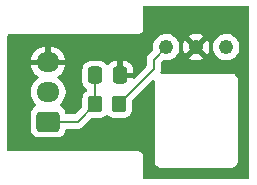
<source format=gbr>
%TF.GenerationSoftware,KiCad,Pcbnew,8.0.0*%
%TF.CreationDate,2024-04-26T15:12:55-04:00*%
%TF.ProjectId,Receiver,52656365-6976-4657-922e-6b696361645f,rev?*%
%TF.SameCoordinates,Original*%
%TF.FileFunction,Copper,L1,Top*%
%TF.FilePolarity,Positive*%
%FSLAX46Y46*%
G04 Gerber Fmt 4.6, Leading zero omitted, Abs format (unit mm)*
G04 Created by KiCad (PCBNEW 8.0.0) date 2024-04-26 15:12:55*
%MOMM*%
%LPD*%
G01*
G04 APERTURE LIST*
G04 Aperture macros list*
%AMRoundRect*
0 Rectangle with rounded corners*
0 $1 Rounding radius*
0 $2 $3 $4 $5 $6 $7 $8 $9 X,Y pos of 4 corners*
0 Add a 4 corners polygon primitive as box body*
4,1,4,$2,$3,$4,$5,$6,$7,$8,$9,$2,$3,0*
0 Add four circle primitives for the rounded corners*
1,1,$1+$1,$2,$3*
1,1,$1+$1,$4,$5*
1,1,$1+$1,$6,$7*
1,1,$1+$1,$8,$9*
0 Add four rect primitives between the rounded corners*
20,1,$1+$1,$2,$3,$4,$5,0*
20,1,$1+$1,$4,$5,$6,$7,0*
20,1,$1+$1,$6,$7,$8,$9,0*
20,1,$1+$1,$8,$9,$2,$3,0*%
G04 Aperture macros list end*
%TA.AperFunction,SMDPad,CuDef*%
%ADD10RoundRect,0.250000X-0.337500X-0.475000X0.337500X-0.475000X0.337500X0.475000X-0.337500X0.475000X0*%
%TD*%
%TA.AperFunction,ComponentPad*%
%ADD11C,1.219200*%
%TD*%
%TA.AperFunction,SMDPad,CuDef*%
%ADD12RoundRect,0.250000X-0.350000X-0.450000X0.350000X-0.450000X0.350000X0.450000X-0.350000X0.450000X0*%
%TD*%
%TA.AperFunction,ComponentPad*%
%ADD13RoundRect,0.250000X0.725000X-0.600000X0.725000X0.600000X-0.725000X0.600000X-0.725000X-0.600000X0*%
%TD*%
%TA.AperFunction,ComponentPad*%
%ADD14O,1.950000X1.700000*%
%TD*%
%TA.AperFunction,Conductor*%
%ADD15C,0.200000*%
%TD*%
G04 APERTURE END LIST*
D10*
%TO.P,C1,1*%
%TO.N,Net-(J1-Pin_1)*%
X196725000Y-85400000D03*
%TO.P,C1,2*%
%TO.N,GND*%
X198800000Y-85400000D03*
%TD*%
D11*
%TO.P,U1,1,1*%
%TO.N,Net-(R1-Pad2)*%
X202730000Y-83000000D03*
%TO.P,U1,2,2*%
%TO.N,GND*%
X205270000Y-83000000D03*
%TO.P,U1,3,3*%
%TO.N,Net-(J1-Pin_2)*%
X207810000Y-83000000D03*
%TD*%
D12*
%TO.P,R1,1*%
%TO.N,Net-(J1-Pin_1)*%
X196732500Y-87800000D03*
%TO.P,R1,2*%
%TO.N,Net-(R1-Pad2)*%
X198732500Y-87800000D03*
%TD*%
D13*
%TO.P,J1,1,Pin_1*%
%TO.N,Net-(J1-Pin_1)*%
X192725000Y-89300000D03*
D14*
%TO.P,J1,2,Pin_2*%
%TO.N,Net-(J1-Pin_2)*%
X192725000Y-86800000D03*
%TO.P,J1,3,Pin_3*%
%TO.N,GND*%
X192725000Y-84300000D03*
%TD*%
D15*
%TO.N,Net-(J1-Pin_1)*%
X192725000Y-89300000D02*
X195232500Y-89300000D01*
X196732500Y-85407500D02*
X196725000Y-85400000D01*
X195232500Y-89300000D02*
X196732500Y-87800000D01*
X196732500Y-87800000D02*
X196732500Y-85407500D01*
%TO.N,Net-(R1-Pad2)*%
X201671978Y-84860522D02*
X198732500Y-87800000D01*
X201671978Y-84058022D02*
X201671978Y-84860522D01*
X202730000Y-83000000D02*
X201671978Y-84058022D01*
%TD*%
%TA.AperFunction,Conductor*%
%TO.N,GND*%
G36*
X209714517Y-79520185D02*
G01*
X209760272Y-79572989D01*
X209771478Y-79624500D01*
X209771478Y-94075500D01*
X209751793Y-94142539D01*
X209698989Y-94188294D01*
X209647478Y-94199500D01*
X200896478Y-94199500D01*
X200829439Y-94179815D01*
X200783684Y-94127011D01*
X200772478Y-94075500D01*
X200772478Y-92234110D01*
X200772478Y-92234108D01*
X200738370Y-92106814D01*
X200672478Y-91992686D01*
X200579292Y-91899500D01*
X200522228Y-91866554D01*
X200465165Y-91833608D01*
X200401517Y-91816554D01*
X200337870Y-91799500D01*
X200337869Y-91799500D01*
X189396478Y-91799500D01*
X189329439Y-91779815D01*
X189283684Y-91727011D01*
X189272478Y-91675500D01*
X189272478Y-89950001D01*
X191249500Y-89950001D01*
X191249501Y-89950018D01*
X191260000Y-90052796D01*
X191260001Y-90052799D01*
X191315185Y-90219331D01*
X191315186Y-90219334D01*
X191407288Y-90368656D01*
X191531344Y-90492712D01*
X191680666Y-90584814D01*
X191847203Y-90639999D01*
X191949991Y-90650500D01*
X193500008Y-90650499D01*
X193602797Y-90639999D01*
X193769334Y-90584814D01*
X193918656Y-90492712D01*
X194042712Y-90368656D01*
X194134814Y-90219334D01*
X194189999Y-90052797D01*
X194194177Y-90011896D01*
X194220573Y-89947207D01*
X194277753Y-89907055D01*
X194317535Y-89900500D01*
X195145831Y-89900500D01*
X195145847Y-89900501D01*
X195153443Y-89900501D01*
X195311554Y-89900501D01*
X195311557Y-89900501D01*
X195464285Y-89859577D01*
X195514404Y-89830639D01*
X195601216Y-89780520D01*
X195713020Y-89668716D01*
X195713020Y-89668714D01*
X195723228Y-89658507D01*
X195723230Y-89658504D01*
X196344916Y-89036818D01*
X196406239Y-89003333D01*
X196432597Y-89000499D01*
X197132502Y-89000499D01*
X197132508Y-89000499D01*
X197235297Y-88989999D01*
X197401834Y-88934814D01*
X197551156Y-88842712D01*
X197644819Y-88749049D01*
X197706142Y-88715564D01*
X197775834Y-88720548D01*
X197820181Y-88749049D01*
X197913844Y-88842712D01*
X198063166Y-88934814D01*
X198229703Y-88989999D01*
X198332491Y-89000500D01*
X199132508Y-89000499D01*
X199132516Y-89000498D01*
X199132519Y-89000498D01*
X199188802Y-88994748D01*
X199235297Y-88989999D01*
X199401834Y-88934814D01*
X199551156Y-88842712D01*
X199675212Y-88718656D01*
X199767314Y-88569334D01*
X199822499Y-88402797D01*
X199833000Y-88300009D01*
X199832999Y-87600095D01*
X199852683Y-87533057D01*
X199869313Y-87512420D01*
X201559798Y-85821935D01*
X201621120Y-85788452D01*
X201690812Y-85793436D01*
X201746745Y-85835308D01*
X201771162Y-85900772D01*
X201771478Y-85909618D01*
X201771478Y-92765891D01*
X201805586Y-92893187D01*
X201838532Y-92950250D01*
X201871478Y-93007314D01*
X201964664Y-93100500D01*
X202078792Y-93166392D01*
X202206086Y-93200500D01*
X202206088Y-93200500D01*
X208337868Y-93200500D01*
X208337870Y-93200500D01*
X208465164Y-93166392D01*
X208579292Y-93100500D01*
X208672478Y-93007314D01*
X208738370Y-92893186D01*
X208772478Y-92765892D01*
X208772478Y-85684108D01*
X208738370Y-85556814D01*
X208672478Y-85442686D01*
X208579292Y-85349500D01*
X208522228Y-85316554D01*
X208465165Y-85283608D01*
X208401517Y-85266554D01*
X208337870Y-85249500D01*
X202351035Y-85249500D01*
X202283996Y-85229815D01*
X202238241Y-85177011D01*
X202228297Y-85107853D01*
X202231260Y-85093406D01*
X202254264Y-85007557D01*
X202272479Y-84939579D01*
X202272479Y-84781464D01*
X202272479Y-84773869D01*
X202272478Y-84773851D01*
X202272478Y-84358118D01*
X202292163Y-84291079D01*
X202308793Y-84270441D01*
X202447800Y-84131433D01*
X202509123Y-84097949D01*
X202558265Y-84097226D01*
X202627134Y-84110100D01*
X202627136Y-84110100D01*
X202832864Y-84110100D01*
X202832866Y-84110100D01*
X203035095Y-84072297D01*
X203226934Y-83997978D01*
X203401851Y-83889674D01*
X203553889Y-83751074D01*
X203677870Y-83586896D01*
X203769572Y-83402732D01*
X203825873Y-83204854D01*
X203844856Y-83000000D01*
X204155646Y-83000000D01*
X204174619Y-83204761D01*
X204174620Y-83204763D01*
X204230894Y-83402546D01*
X204230900Y-83402561D01*
X204322556Y-83586629D01*
X204322556Y-83586630D01*
X204325679Y-83590766D01*
X204914400Y-83002046D01*
X204914400Y-83046816D01*
X204938634Y-83137256D01*
X204985450Y-83218343D01*
X205051657Y-83284550D01*
X205132744Y-83331366D01*
X205223184Y-83355600D01*
X205267953Y-83355600D01*
X204682337Y-83941213D01*
X204773289Y-83997528D01*
X204773291Y-83997529D01*
X204965040Y-84071812D01*
X205167182Y-84109600D01*
X205372818Y-84109600D01*
X205574959Y-84071812D01*
X205766709Y-83997529D01*
X205766710Y-83997528D01*
X205857661Y-83941213D01*
X205272048Y-83355600D01*
X205316816Y-83355600D01*
X205407256Y-83331366D01*
X205488343Y-83284550D01*
X205554550Y-83218343D01*
X205601366Y-83137256D01*
X205625600Y-83046816D01*
X205625600Y-83002047D01*
X206214319Y-83590766D01*
X206214320Y-83590766D01*
X206217440Y-83586635D01*
X206217443Y-83586629D01*
X206309099Y-83402561D01*
X206309105Y-83402546D01*
X206365379Y-83204763D01*
X206365380Y-83204761D01*
X206384354Y-83000000D01*
X206695144Y-83000000D01*
X206714126Y-83204849D01*
X206770427Y-83402730D01*
X206770431Y-83402740D01*
X206857451Y-83577500D01*
X206862130Y-83586896D01*
X206924120Y-83668985D01*
X206986112Y-83751076D01*
X207138146Y-83889672D01*
X207138151Y-83889676D01*
X207313062Y-83997976D01*
X207313063Y-83997976D01*
X207313066Y-83997978D01*
X207504905Y-84072297D01*
X207707134Y-84110100D01*
X207707136Y-84110100D01*
X207912864Y-84110100D01*
X207912866Y-84110100D01*
X208115095Y-84072297D01*
X208306934Y-83997978D01*
X208481851Y-83889674D01*
X208633889Y-83751074D01*
X208757870Y-83586896D01*
X208849572Y-83402732D01*
X208905873Y-83204854D01*
X208924856Y-83000000D01*
X208905873Y-82795146D01*
X208849572Y-82597268D01*
X208757870Y-82413104D01*
X208633889Y-82248926D01*
X208633887Y-82248923D01*
X208481853Y-82110327D01*
X208481848Y-82110323D01*
X208306937Y-82002023D01*
X208306931Y-82002021D01*
X208115095Y-81927703D01*
X207912866Y-81889900D01*
X207707134Y-81889900D01*
X207504905Y-81927703D01*
X207428091Y-81957461D01*
X207313068Y-82002021D01*
X207313062Y-82002023D01*
X207138151Y-82110323D01*
X207138146Y-82110327D01*
X206986112Y-82248923D01*
X206862129Y-82413105D01*
X206770431Y-82597259D01*
X206770427Y-82597269D01*
X206714126Y-82795150D01*
X206695144Y-83000000D01*
X206384354Y-83000000D01*
X206384354Y-82999999D01*
X206365380Y-82795238D01*
X206365379Y-82795236D01*
X206309105Y-82597453D01*
X206309097Y-82597433D01*
X206217447Y-82413374D01*
X206214319Y-82409232D01*
X205625600Y-82997951D01*
X205625600Y-82953184D01*
X205601366Y-82862744D01*
X205554550Y-82781657D01*
X205488343Y-82715450D01*
X205407256Y-82668634D01*
X205316816Y-82644400D01*
X205272048Y-82644400D01*
X205857661Y-82058785D01*
X205857660Y-82058784D01*
X205766715Y-82002474D01*
X205766708Y-82002470D01*
X205574959Y-81928187D01*
X205372818Y-81890400D01*
X205167182Y-81890400D01*
X204965040Y-81928187D01*
X204773291Y-82002470D01*
X204773287Y-82002472D01*
X204682337Y-82058784D01*
X204682337Y-82058785D01*
X205267953Y-82644400D01*
X205223184Y-82644400D01*
X205132744Y-82668634D01*
X205051657Y-82715450D01*
X204985450Y-82781657D01*
X204938634Y-82862744D01*
X204914400Y-82953184D01*
X204914400Y-82997952D01*
X204325679Y-82409232D01*
X204325678Y-82409232D01*
X204322559Y-82413364D01*
X204322557Y-82413367D01*
X204230900Y-82597438D01*
X204230894Y-82597453D01*
X204174620Y-82795236D01*
X204174619Y-82795238D01*
X204155646Y-82999999D01*
X204155646Y-83000000D01*
X203844856Y-83000000D01*
X203825873Y-82795146D01*
X203769572Y-82597268D01*
X203677870Y-82413104D01*
X203553889Y-82248926D01*
X203553887Y-82248923D01*
X203401853Y-82110327D01*
X203401848Y-82110323D01*
X203226937Y-82002023D01*
X203226931Y-82002021D01*
X203035095Y-81927703D01*
X202832866Y-81889900D01*
X202627134Y-81889900D01*
X202424905Y-81927703D01*
X202348091Y-81957461D01*
X202233068Y-82002021D01*
X202233062Y-82002023D01*
X202058151Y-82110323D01*
X202058146Y-82110327D01*
X201906112Y-82248923D01*
X201782129Y-82413105D01*
X201690431Y-82597259D01*
X201690427Y-82597269D01*
X201634126Y-82795150D01*
X201615144Y-83000000D01*
X201632299Y-83185132D01*
X201618884Y-83253701D01*
X201596509Y-83284254D01*
X201303264Y-83577500D01*
X201191459Y-83689304D01*
X201191458Y-83689306D01*
X201155796Y-83751076D01*
X201141339Y-83776116D01*
X201141337Y-83776118D01*
X201112403Y-83826231D01*
X201112402Y-83826232D01*
X201112401Y-83826237D01*
X201071477Y-83978965D01*
X201071477Y-83978967D01*
X201071477Y-84147068D01*
X201071478Y-84147081D01*
X201071478Y-84560423D01*
X201051793Y-84627462D01*
X201035159Y-84648104D01*
X200048062Y-85635200D01*
X199986739Y-85668685D01*
X199917047Y-85663701D01*
X199895729Y-85650000D01*
X198674000Y-85650000D01*
X198606961Y-85630315D01*
X198561206Y-85577511D01*
X198550000Y-85526000D01*
X198550000Y-84175000D01*
X199050000Y-84175000D01*
X199050000Y-85150000D01*
X199887499Y-85150000D01*
X199887499Y-84875028D01*
X199887498Y-84875013D01*
X199877005Y-84772302D01*
X199821858Y-84605880D01*
X199821856Y-84605875D01*
X199729815Y-84456654D01*
X199605845Y-84332684D01*
X199456624Y-84240643D01*
X199456619Y-84240641D01*
X199290197Y-84185494D01*
X199290190Y-84185493D01*
X199187486Y-84175000D01*
X199050000Y-84175000D01*
X198550000Y-84175000D01*
X198412527Y-84175000D01*
X198412512Y-84175001D01*
X198309802Y-84185494D01*
X198143380Y-84240641D01*
X198143375Y-84240643D01*
X197994154Y-84332684D01*
X197870183Y-84456655D01*
X197870179Y-84456660D01*
X197868326Y-84459665D01*
X197866518Y-84461290D01*
X197865702Y-84462323D01*
X197865525Y-84462183D01*
X197816374Y-84506385D01*
X197747411Y-84517601D01*
X197683331Y-84489752D01*
X197657253Y-84459653D01*
X197657237Y-84459628D01*
X197655212Y-84456344D01*
X197531156Y-84332288D01*
X197381834Y-84240186D01*
X197215297Y-84185001D01*
X197215295Y-84185000D01*
X197112510Y-84174500D01*
X196337498Y-84174500D01*
X196337480Y-84174501D01*
X196234703Y-84185000D01*
X196234700Y-84185001D01*
X196068168Y-84240185D01*
X196068163Y-84240187D01*
X195918842Y-84332289D01*
X195794789Y-84456342D01*
X195702687Y-84605663D01*
X195702685Y-84605668D01*
X195688623Y-84648104D01*
X195647501Y-84772203D01*
X195647501Y-84772204D01*
X195647500Y-84772204D01*
X195637000Y-84874983D01*
X195637000Y-85925001D01*
X195637001Y-85925019D01*
X195647500Y-86027796D01*
X195647501Y-86027799D01*
X195702685Y-86194331D01*
X195702686Y-86194334D01*
X195792749Y-86340351D01*
X195794789Y-86343657D01*
X195918844Y-86467712D01*
X195979976Y-86505418D01*
X196026701Y-86557365D01*
X196037924Y-86626328D01*
X196010081Y-86690410D01*
X195979978Y-86716495D01*
X195913844Y-86757287D01*
X195789789Y-86881342D01*
X195697687Y-87030663D01*
X195697686Y-87030666D01*
X195642501Y-87197203D01*
X195642501Y-87197204D01*
X195642500Y-87197204D01*
X195632000Y-87299983D01*
X195632000Y-87999902D01*
X195612315Y-88066941D01*
X195595681Y-88087583D01*
X195020084Y-88663181D01*
X194958761Y-88696666D01*
X194932403Y-88699500D01*
X194317535Y-88699500D01*
X194250496Y-88679815D01*
X194204741Y-88627011D01*
X194194177Y-88588102D01*
X194192260Y-88569336D01*
X194189999Y-88547203D01*
X194134814Y-88380666D01*
X194042712Y-88231344D01*
X193918656Y-88107288D01*
X193769334Y-88015186D01*
X193769333Y-88015185D01*
X193763878Y-88011821D01*
X193717154Y-87959873D01*
X193705931Y-87890910D01*
X193733775Y-87826828D01*
X193741272Y-87818623D01*
X193880104Y-87679792D01*
X194005051Y-87507816D01*
X194101557Y-87318412D01*
X194167246Y-87116243D01*
X194200500Y-86906287D01*
X194200500Y-86693713D01*
X194167246Y-86483757D01*
X194101557Y-86281588D01*
X194005051Y-86092184D01*
X194005049Y-86092181D01*
X194005048Y-86092179D01*
X193880109Y-85920213D01*
X193729790Y-85769894D01*
X193729785Y-85769890D01*
X193564781Y-85650008D01*
X193522115Y-85594678D01*
X193516136Y-85525065D01*
X193548741Y-85463270D01*
X193564781Y-85449371D01*
X193729466Y-85329721D01*
X193879723Y-85179464D01*
X193879727Y-85179459D01*
X194004620Y-85007557D01*
X194101095Y-84818217D01*
X194166757Y-84616129D01*
X194166757Y-84616126D01*
X194177231Y-84550000D01*
X193129146Y-84550000D01*
X193167630Y-84483343D01*
X193200000Y-84362535D01*
X193200000Y-84237465D01*
X193167630Y-84116657D01*
X193129146Y-84050000D01*
X194177231Y-84050000D01*
X194166757Y-83983873D01*
X194166757Y-83983870D01*
X194101095Y-83781782D01*
X194004620Y-83592442D01*
X193879727Y-83420540D01*
X193879723Y-83420535D01*
X193729464Y-83270276D01*
X193729459Y-83270272D01*
X193557557Y-83145379D01*
X193368217Y-83048904D01*
X193166128Y-82983242D01*
X192975000Y-82952969D01*
X192975000Y-83895854D01*
X192908343Y-83857370D01*
X192787535Y-83825000D01*
X192662465Y-83825000D01*
X192541657Y-83857370D01*
X192475000Y-83895854D01*
X192475000Y-82952969D01*
X192283872Y-82983242D01*
X192283869Y-82983242D01*
X192081782Y-83048904D01*
X191892442Y-83145379D01*
X191720540Y-83270272D01*
X191720535Y-83270276D01*
X191570276Y-83420535D01*
X191570272Y-83420540D01*
X191445379Y-83592442D01*
X191348904Y-83781782D01*
X191283242Y-83983870D01*
X191283242Y-83983873D01*
X191272769Y-84050000D01*
X192320854Y-84050000D01*
X192282370Y-84116657D01*
X192250000Y-84237465D01*
X192250000Y-84362535D01*
X192282370Y-84483343D01*
X192320854Y-84550000D01*
X191272769Y-84550000D01*
X191283242Y-84616126D01*
X191283242Y-84616129D01*
X191348904Y-84818217D01*
X191445379Y-85007557D01*
X191570272Y-85179459D01*
X191570276Y-85179464D01*
X191720535Y-85329723D01*
X191720540Y-85329727D01*
X191885218Y-85449372D01*
X191927884Y-85504701D01*
X191933863Y-85574315D01*
X191901258Y-85636110D01*
X191885218Y-85650008D01*
X191720214Y-85769890D01*
X191720209Y-85769894D01*
X191569890Y-85920213D01*
X191444951Y-86092179D01*
X191348444Y-86281585D01*
X191282753Y-86483760D01*
X191249500Y-86693713D01*
X191249500Y-86906286D01*
X191282753Y-87116239D01*
X191348444Y-87318414D01*
X191444951Y-87507820D01*
X191569890Y-87679786D01*
X191708705Y-87818601D01*
X191742190Y-87879924D01*
X191737206Y-87949616D01*
X191695334Y-88005549D01*
X191686121Y-88011821D01*
X191531342Y-88107289D01*
X191407289Y-88231342D01*
X191315187Y-88380663D01*
X191315186Y-88380666D01*
X191260001Y-88547203D01*
X191260001Y-88547204D01*
X191260000Y-88547204D01*
X191249500Y-88649983D01*
X191249500Y-89950001D01*
X189272478Y-89950001D01*
X189272478Y-82024500D01*
X189292163Y-81957461D01*
X189344967Y-81911706D01*
X189396478Y-81900500D01*
X200337868Y-81900500D01*
X200337870Y-81900500D01*
X200465164Y-81866392D01*
X200579292Y-81800500D01*
X200672478Y-81707314D01*
X200738370Y-81593186D01*
X200772478Y-81465892D01*
X200772478Y-79624500D01*
X200792163Y-79557461D01*
X200844967Y-79511706D01*
X200896478Y-79500500D01*
X209647478Y-79500500D01*
X209714517Y-79520185D01*
G37*
%TD.AperFunction*%
%TD*%
M02*

</source>
